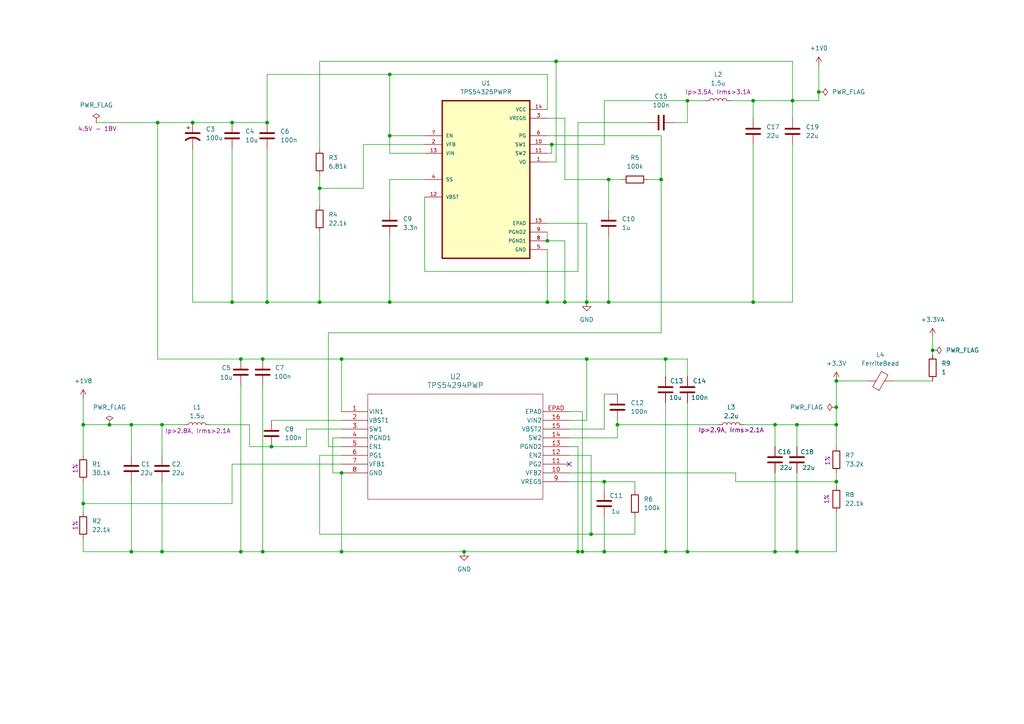
<source format=kicad_sch>
(kicad_sch (version 20250114) (generator "eeschema") (generator_version "9.0")
  (paper "A4")
  (title_block (title "FPGA power source") (date "2025-09-08") (rev "0"))
  (lib_symbols
    (symbol "Device:C" (pin_numbers (hide yes)) (pin_names (offset 0.254))
      (property "Reference" "C" (at 0.635 2.54 0))
      (property "Value" "C" (at 0.635 -2.54 0))
      (symbol "C_0_1"
        (polyline (pts (xy -2.032 0.762) (xy 2.032 0.762)) (stroke (width 0.508)))
        (polyline (pts (xy -2.032 -0.762) (xy 2.032 -0.762)) (stroke (width 0.508)))
      )
      (symbol "C_1_1"
        (pin passive line (at 0 3.81 270) (length 2.794) (name "~") (number "1"))
        (pin passive line (at 0 -3.81 90) (length 2.794) (name "~") (number "2"))
      )
    )
    (symbol "Device:C_Polarized_US" (pin_numbers (hide yes)) (pin_names (offset 0.254) (hide yes))
      (property "Reference" "C" (at 0.635 2.54 0))
      (property "Value" "C_Polarized_US" (at 0.635 -2.54 0))
      (symbol "C_Polarized_US_0_1"
        (polyline (pts (xy -2.032 0.762) (xy 2.032 0.762)) (stroke (width 0.508)))
        (polyline (pts (xy -1.778 2.286) (xy -0.762 2.286)))
        (polyline (pts (xy -1.27 1.778) (xy -1.27 2.794)))
        (arc (start -2.032 -1.27) (mid 0 -0.5572) (end 2.032 -1.27) (stroke (width 0.508)))
      )
      (symbol "C_Polarized_US_1_1"
        (pin passive line (at 0 3.81 270) (length 2.794) (name "~") (number "1"))
        (pin passive line (at 0 -3.81 90) (length 3.302) (name "~") (number "2"))
      )
    )
    (symbol "Device:FerriteBead" (pin_numbers (hide yes)) (pin_names (offset 0))
      (property "Reference" "FB" (at -3.81 0.635 90))
      (property "Value" "FerriteBead" (at 3.81 0 90))
      (symbol "FerriteBead_0_1"
        (polyline (pts (xy -2.7686 0.4064) (xy -1.7018 2.2606) (xy 2.7686 -0.3048) (xy 1.6764 -2.159) (xy -2.7686 0.4064)))
        (polyline (pts (xy 0 1.27) (xy 0 1.2954)))
        (polyline (pts (xy 0 -1.27) (xy 0 -1.2192)))
      )
      (symbol "FerriteBead_1_1"
        (pin passive line (at 0 3.81 270) (length 2.54) (name "~") (number "1"))
        (pin passive line (at 0 -3.81 90) (length 2.54) (name "~") (number "2"))
      )
    )
    (symbol "Device:L" (pin_numbers (hide yes)) (pin_names (offset 1.016) (hide yes))
      (property "Reference" "L" (at -1.27 0 90))
      (property "Value" "L" (at 1.905 0 90))
      (symbol "L_0_1"
        (arc (start 0 2.54) (mid 0.6323 1.905) (end 0 1.27))
        (arc (start 0 1.27) (mid 0.6323 0.635) (end 0 0))
        (arc (start 0 0) (mid 0.6323 -0.635) (end 0 -1.27))
        (arc (start 0 -1.27) (mid 0.6323 -1.905) (end 0 -2.54))
      )
      (symbol "L_1_1"
        (pin passive line (at 0 3.81 270) (length 1.27) (name "1") (number "1"))
        (pin passive line (at 0 -3.81 90) (length 1.27) (name "2") (number "2"))
      )
    )
    (symbol "Device:R" (pin_numbers (hide yes)) (pin_names (offset 0))
      (property "Reference" "R" (at 2.032 0 90))
      (property "Value" "R" (at 0 0 90))
      (symbol "R_0_1"
        (rectangle (start -1.016 -2.54) (end 1.016 2.54) (stroke (width 0.254)))
      )
      (symbol "R_1_1"
        (pin passive line (at 0 3.81 270) (length 1.27) (name "~") (number "1"))
        (pin passive line (at 0 -3.81 90) (length 1.27) (name "~") (number "2"))
      )
    )
    (symbol "R_1" (pin_numbers (hide yes)) (pin_names (offset 0))
      (property "Reference" "R" (at 2.032 0 90))
      (property "Value" "R" (at 0 0 90))
      (symbol "R_1_0_1"
        (rectangle (start -1.016 -2.54) (end 1.016 2.54) (stroke (width 0.254)))
      )
      (symbol "R_1_1_1"
        (pin passive line (at 0 3.81 270) (length 1.27) (name "~") (number "1"))
        (pin passive line (at 0 -3.81 90) (length 1.27) (name "~") (number "2"))
      )
    )
    (symbol "TPS54294:TPS54294PWP" (pin_names (offset 0.254))
      (property "Reference" "U" (at 33.02 10.16 0))
      (property "Value" "TPS54294PWP" (at 33.02 7.62 0))
      (symbol "TPS54294PWP_0_1"
        (polyline (pts (xy 7.62 5.08) (xy 7.62 -25.4)) (stroke (width 0.127)))
        (polyline (pts (xy 7.62 -25.4) (xy 58.42 -25.4)) (stroke (width 0.127)))
        (polyline (pts (xy 58.42 5.08) (xy 7.62 5.08)) (stroke (width 0.127)))
        (polyline (pts (xy 58.42 -25.4) (xy 58.42 5.08)) (stroke (width 0.127)))
        (pin input line (at 0 0 0) (length 7.62) (name "VIN1") (number "1"))
        (pin input line (at 0 -2.54 0) (length 7.62) (name "VBST1") (number "2"))
        (pin bidirectional line (at 0 -5.08 0) (length 7.62) (name "SW1") (number "3"))
        (pin bidirectional line (at 0 -7.62 0) (length 7.62) (name "PGND1") (number "4"))
        (pin input line (at 0 -10.16 0) (length 7.62) (name "EN1") (number "5"))
        (pin output line (at 0 -12.7 0) (length 7.62) (name "PG1") (number "6"))
        (pin input line (at 0 -15.24 0) (length 7.62) (name "VFB1") (number "7"))
        (pin bidirectional line (at 0 -17.78 0) (length 7.62) (name "GND") (number "8"))
        (pin unspecified line (at 66.04 0 180) (length 7.62) (name "EPAD") (number "EPAD"))
        (pin input line (at 66.04 -2.54 180) (length 7.62) (name "VIN2") (number "16"))
        (pin input line (at 66.04 -5.08 180) (length 7.62) (name "VBST2") (number "15"))
        (pin bidirectional line (at 66.04 -7.62 180) (length 7.62) (name "SW2") (number "14"))
        (pin bidirectional line (at 66.04 -10.16 180) (length 7.62) (name "PGND2") (number "13"))
        (pin input line (at 66.04 -12.7 180) (length 7.62) (name "EN2") (number "12"))
        (pin output line (at 66.04 -15.24 180) (length 7.62) (name "PG2") (number "11"))
        (pin input line (at 66.04 -17.78 180) (length 7.62) (name "VFB2") (number "10"))
        (pin output line (at 66.04 -20.32 180) (length 7.62) (name "VREG5") (number "9"))
      )
    )
    (symbol "TPS54325:TPS54325PWPR" (pin_names (offset 1.016))
      (property "Reference" "U" (at -12.7 23.86 0))
      (property "Value" "TPS54325PWPR" (at -12.7 -26.86 0))
      (symbol "TPS54325PWPR_0_0"
        (rectangle (start -12.7 -22.86) (end 12.7 22.86) (stroke (width 0.41)) (fill (type background)))
        (pin input line (at -17.78 12.7 0) (length 5.08) (name "EN") (number "7"))
        (pin input line (at -17.78 10.16 0) (length 5.08) (name "VFB") (number "2"))
        (pin input line (at -17.78 7.62 0) (length 5.08) (name "VIN") (number "13"))
        (pin bidirectional line (at -17.78 0 0) (length 5.08) (name "SS") (number "4"))
        (pin bidirectional line (at -17.78 -5.08 0) (length 5.08) (name "VBST") (number "12"))
        (pin power_in line (at 17.78 20.32 180) (length 5.08) (name "VCC") (number "14"))
        (pin power_in line (at 17.78 17.78 180) (length 5.08) (name "VREG5") (number "3"))
        (pin output line (at 17.78 12.7 180) (length 5.08) (name "PG") (number "6"))
        (pin output line (at 17.78 10.16 180) (length 5.08) (name "SW1") (number "10"))
        (pin output line (at 17.78 7.62 180) (length 5.08) (name "SW2") (number "11"))
        (pin output line (at 17.78 5.08 180) (length 5.08) (name "VO") (number "1"))
        (pin power_in line (at 17.78 -12.7 180) (length 5.08) (name "EPAD") (number "15"))
        (pin power_in line (at 17.78 -15.24 180) (length 5.08) (name "PGND2") (number "9"))
        (pin power_in line (at 17.78 -17.78 180) (length 5.08) (name "PGND1") (number "8"))
        (pin power_in line (at 17.78 -20.32 180) (length 5.08) (name "GND") (number "5"))
      )
    )
    (symbol "power:+1V0" (power) (pin_numbers (hide yes)) (pin_names (offset 0) (hide yes))
      (property "Value" "+1V0" (at 0 3.556 0))
      (symbol "+1V0_0_1"
        (polyline (pts (xy -0.762 1.27) (xy 0 2.54)))
        (polyline (pts (xy 0 2.54) (xy 0.762 1.27)))
        (polyline (pts (xy 0 0) (xy 0 2.54)))
      )
      (symbol "+1V0_1_1"
        (pin power_in line (at 0 0 90) (length 0) (name "~") (number "1"))
      )
    )
    (symbol "power:+1V8" (power) (pin_numbers (hide yes)) (pin_names (offset 0) (hide yes))
      (property "Value" "+1V8" (at 0 3.556 0))
      (symbol "+1V8_0_1"
        (polyline (pts (xy -0.762 1.27) (xy 0 2.54)))
        (polyline (pts (xy 0 2.54) (xy 0.762 1.27)))
        (polyline (pts (xy 0 0) (xy 0 2.54)))
      )
      (symbol "+1V8_1_1"
        (pin power_in line (at 0 0 90) (length 0) (name "~") (number "1"))
      )
    )
    (symbol "power:+3.3V" (power) (pin_numbers (hide yes)) (pin_names (offset 0) (hide yes))
      (property "Value" "+3.3V" (at 0 3.556 0))
      (symbol "+3.3V_0_1"
        (polyline (pts (xy -0.762 1.27) (xy 0 2.54)))
        (polyline (pts (xy 0 2.54) (xy 0.762 1.27)))
        (polyline (pts (xy 0 0) (xy 0 2.54)))
      )
      (symbol "+3.3V_1_1"
        (pin power_in line (at 0 0 90) (length 0) (name "~") (number "1"))
      )
    )
    (symbol "power:+3.3VA" (power) (pin_numbers (hide yes)) (pin_names (offset 0) (hide yes))
      (property "Value" "+3.3VA" (at 0 3.556 0))
      (symbol "+3.3VA_0_1"
        (polyline (pts (xy -0.762 1.27) (xy 0 2.54)))
        (polyline (pts (xy 0 2.54) (xy 0.762 1.27)))
        (polyline (pts (xy 0 0) (xy 0 2.54)))
      )
      (symbol "+3.3VA_1_1"
        (pin power_in line (at 0 0 90) (length 0) (name "~") (number "1"))
      )
    )
    (symbol "power:GND" (power) (pin_numbers (hide yes)) (pin_names (offset 0) (hide yes))
      (property "Value" "GND" (at 0 -3.81 0))
      (symbol "GND_0_1"
        (polyline (pts (xy 0 0) (xy 0 -1.27) (xy 1.27 -1.27) (xy 0 -2.54) (xy -1.27 -1.27) (xy 0 -1.27)))
      )
      (symbol "GND_1_1"
        (pin power_in line (at 0 0 270) (length 0) (name "~") (number "1"))
      )
    )
    (symbol "power:PWR_FLAG" (power) (pin_numbers (hide yes)) (pin_names (offset 0) (hide yes))
      (property "Value" "PWR_FLAG" (at 0 3.81 0))
      (symbol "PWR_FLAG_0_0"
        (pin power_out line (at 0 0 90) (length 0) (name "~") (number "1"))
      )
      (symbol "PWR_FLAG_0_1"
        (polyline (pts (xy 0 0) (xy 0 1.27) (xy -1.016 1.905) (xy 0 2.54) (xy 1.016 1.905) (xy 0 1.27)))
      )
    )
  )
  (junction (at 175.26 139.7))
  (junction (at 229.87 29.21))
  (junction (at 170.18 87.63))
  (junction (at 191.77 52.07))
  (junction (at 171.45 154.94))
  (junction (at 99.06 104.14))
  (junction (at 99.06 160.02))
  (junction (at 170.18 104.14))
  (junction (at 218.44 29.21))
  (junction (at 113.03 21.59))
  (junction (at 224.79 160.02))
  (junction (at 31.75 123.19))
  (junction (at 67.31 87.63))
  (junction (at 158.75 69.85))
  (junction (at 163.83 87.63))
  (junction (at 218.44 87.63))
  (junction (at 113.03 87.63))
  (junction (at 167.64 160.02))
  (junction (at 77.47 87.63))
  (junction (at 199.39 160.02))
  (junction (at 242.57 118.11))
  (junction (at 179.07 123.19))
  (junction (at 270.51 101.6))
  (junction (at 46.99 160.02))
  (junction (at 45.72 35.56))
  (junction (at 224.79 123.19))
  (junction (at 76.2 104.14))
  (junction (at 46.99 123.19))
  (junction (at 38.1 123.19))
  (junction (at 242.57 123.19))
  (junction (at 38.1 160.02))
  (junction (at 77.47 35.56))
  (junction (at 231.14 123.19))
  (junction (at 158.75 87.63))
  (junction (at 24.13 123.19))
  (junction (at 242.57 110.49))
  (junction (at 176.53 52.07))
  (junction (at 113.03 39.37))
  (junction (at 231.14 160.02))
  (junction (at 199.39 29.21))
  (junction (at 160.02 41.91))
  (junction (at 168.91 160.02))
  (junction (at 55.88 35.56))
  (junction (at 24.13 146.05))
  (junction (at 69.85 160.02))
  (junction (at 237.49 26.67))
  (junction (at 78.74 129.54))
  (junction (at 67.31 35.56))
  (junction (at 134.62 160.02))
  (junction (at 176.53 87.63))
  (junction (at 242.57 139.7))
  (junction (at 92.71 54.61))
  (junction (at 92.71 87.63))
  (junction (at 193.04 104.14))
  (junction (at 69.85 104.14))
  (junction (at 161.29 17.78))
  (junction (at 175.26 160.02))
  (junction (at 99.06 137.16))
  (junction (at 193.04 160.02))
  (junction (at 76.2 160.02))
  (no_connect (at 165.1 134.62))
  (wire (pts (xy 191.77 52.07) (xy 191.77 39.37)))
  (wire (pts (xy 163.83 52.07) (xy 176.53 52.07)))
  (wire (pts (xy 158.75 21.59) (xy 113.03 21.59)))
  (wire (pts (xy 46.99 160.02) (xy 69.85 160.02)))
  (wire (pts (xy 105.41 41.91) (xy 105.41 54.61)))
  (wire (pts (xy 99.06 132.08) (xy 92.71 132.08)))
  (wire (pts (xy 242.57 123.19) (xy 231.14 123.19)))
  (wire (pts (xy 170.18 104.14) (xy 170.18 121.92)))
  (wire (pts (xy 38.1 160.02) (xy 46.99 160.02)))
  (wire (pts (xy 167.64 160.02) (xy 168.91 160.02)))
  (wire (pts (xy 72.39 129.54) (xy 72.39 123.19)))
  (wire (pts (xy 193.04 109.22) (xy 193.04 104.14)))
  (wire (pts (xy 95.25 96.52) (xy 95.25 129.54)))
  (wire (pts (xy 67.31 87.63) (xy 77.47 87.63)))
  (wire (pts (xy 193.04 116.84) (xy 193.04 160.02)))
  (wire (pts (xy 76.2 160.02) (xy 99.06 160.02)))
  (wire (pts (xy 161.29 46.99) (xy 161.29 17.78)))
  (wire (pts (xy 224.79 137.16) (xy 224.79 160.02)))
  (wire (pts (xy 24.13 139.7) (xy 24.13 146.05)))
  (wire (pts (xy 99.06 104.14) (xy 170.18 104.14)))
  (wire (pts (xy 231.14 137.16) (xy 231.14 160.02)))
  (wire (pts (xy 78.74 121.92) (xy 99.06 121.92)))
  (wire (pts (xy 24.13 123.19) (xy 24.13 132.08)))
  (wire (pts (xy 237.49 29.21) (xy 237.49 26.67)))
  (wire (pts (xy 77.47 21.59) (xy 77.47 35.56)))
  (wire (pts (xy 92.71 87.63) (xy 113.03 87.63)))
  (wire (pts (xy 55.88 35.56) (xy 67.31 35.56)))
  (wire (pts (xy 99.06 124.46) (xy 88.9 124.46)))
  (wire (pts (xy 113.03 68.58) (xy 113.03 87.63)))
  (wire (pts (xy 179.07 123.19) (xy 179.07 121.92)))
  (wire (pts (xy 113.03 21.59) (xy 77.47 21.59)))
  (wire (pts (xy 176.53 68.58) (xy 176.53 87.63)))
  (wire (pts (xy 69.85 104.14) (xy 76.2 104.14)))
  (wire (pts (xy 229.87 29.21) (xy 237.49 29.21)))
  (wire (pts (xy 191.77 52.07) (xy 191.77 96.52)))
  (wire (pts (xy 113.03 21.59) (xy 113.03 39.37)))
  (wire (pts (xy 92.71 154.94) (xy 171.45 154.94)))
  (wire (pts (xy 176.53 52.07) (xy 176.53 60.96)))
  (wire (pts (xy 259.08 110.49) (xy 270.51 110.49)))
  (wire (pts (xy 92.71 67.31) (xy 92.71 87.63)))
  (wire (pts (xy 92.71 17.78) (xy 92.71 43.18)))
  (wire (pts (xy 237.49 26.67) (xy 237.49 19.05)))
  (wire (pts (xy 229.87 29.21) (xy 229.87 34.29)))
  (wire (pts (xy 99.06 134.62) (xy 67.31 134.62)))
  (wire (pts (xy 67.31 43.18) (xy 67.31 87.63)))
  (wire (pts (xy 242.57 110.49) (xy 251.46 110.49)))
  (wire (pts (xy 99.06 127) (xy 96.52 127)))
  (wire (pts (xy 96.52 137.16) (xy 99.06 137.16)))
  (wire (pts (xy 165.1 132.08) (xy 171.45 132.08)))
  (wire (pts (xy 77.47 87.63) (xy 92.71 87.63)))
  (wire (pts (xy 123.19 57.15) (xy 123.19 78.74)))
  (wire (pts (xy 113.03 39.37) (xy 123.19 39.37)))
  (wire (pts (xy 184.15 149.86) (xy 184.15 154.94)))
  (wire (pts (xy 170.18 87.63) (xy 176.53 87.63)))
  (wire (pts (xy 175.26 139.7) (xy 175.26 142.24)))
  (wire (pts (xy 175.26 149.86) (xy 175.26 160.02)))
  (wire (pts (xy 199.39 35.56) (xy 199.39 29.21)))
  (wire (pts (xy 113.03 87.63) (xy 158.75 87.63)))
  (wire (pts (xy 45.72 35.56) (xy 45.72 104.14)))
  (wire (pts (xy 242.57 139.7) (xy 242.57 140.97)))
  (wire (pts (xy 231.14 123.19) (xy 224.79 123.19)))
  (wire (pts (xy 175.26 139.7) (xy 184.15 139.7)))
  (wire (pts (xy 167.64 78.74) (xy 167.64 35.56)))
  (wire (pts (xy 45.72 104.14) (xy 69.85 104.14)))
  (wire (pts (xy 195.58 35.56) (xy 199.39 35.56)))
  (wire (pts (xy 242.57 118.11) (xy 242.57 123.19)))
  (wire (pts (xy 113.03 39.37) (xy 113.03 44.45)))
  (wire (pts (xy 88.9 129.54) (xy 78.74 129.54)))
  (wire (pts (xy 212.09 29.21) (xy 218.44 29.21)))
  (wire (pts (xy 165.1 129.54) (xy 167.64 129.54)))
  (wire (pts (xy 170.18 64.77) (xy 170.18 87.63)))
  (wire (pts (xy 242.57 110.49) (xy 242.57 118.11)))
  (wire (pts (xy 187.96 52.07) (xy 191.77 52.07)))
  (wire (pts (xy 158.75 31.75) (xy 158.75 21.59)))
  (wire (pts (xy 168.91 119.38) (xy 168.91 160.02)))
  (wire (pts (xy 167.64 35.56) (xy 187.96 35.56)))
  (wire (pts (xy 96.52 127) (xy 96.52 137.16)))
  (wire (pts (xy 168.91 160.02) (xy 175.26 160.02)))
  (wire (pts (xy 184.15 139.7) (xy 184.15 142.24)))
  (wire (pts (xy 46.99 139.7) (xy 46.99 160.02)))
  (wire (pts (xy 113.03 52.07) (xy 113.03 60.96)))
  (wire (pts (xy 175.26 41.91) (xy 175.26 29.21)))
  (wire (pts (xy 31.75 123.19) (xy 24.13 123.19)))
  (wire (pts (xy 229.87 87.63) (xy 218.44 87.63)))
  (wire (pts (xy 88.9 124.46) (xy 88.9 129.54)))
  (wire (pts (xy 158.75 34.29) (xy 163.83 34.29)))
  (wire (pts (xy 38.1 123.19) (xy 31.75 123.19)))
  (wire (pts (xy 218.44 29.21) (xy 229.87 29.21)))
  (wire (pts (xy 170.18 104.14) (xy 193.04 104.14)))
  (wire (pts (xy 55.88 43.18) (xy 55.88 87.63)))
  (wire (pts (xy 170.18 87.63) (xy 163.83 87.63)))
  (wire (pts (xy 55.88 87.63) (xy 67.31 87.63)))
  (wire (pts (xy 24.13 115.57) (xy 24.13 123.19)))
  (wire (pts (xy 191.77 39.37) (xy 158.75 39.37)))
  (wire (pts (xy 99.06 160.02) (xy 99.06 137.16)))
  (wire (pts (xy 123.19 78.74) (xy 167.64 78.74)))
  (wire (pts (xy 199.39 116.84) (xy 199.39 160.02)))
  (wire (pts (xy 55.88 35.56) (xy 45.72 35.56)))
  (wire (pts (xy 213.36 137.16) (xy 213.36 139.7)))
  (wire (pts (xy 242.57 137.16) (xy 242.57 139.7)))
  (wire (pts (xy 123.19 41.91) (xy 105.41 41.91)))
  (wire (pts (xy 99.06 119.38) (xy 99.06 104.14)))
  (wire (pts (xy 38.1 139.7) (xy 38.1 160.02)))
  (wire (pts (xy 242.57 129.54) (xy 242.57 123.19)))
  (wire (pts (xy 92.71 132.08) (xy 92.71 154.94)))
  (wire (pts (xy 176.53 52.07) (xy 180.34 52.07)))
  (wire (pts (xy 76.2 104.14) (xy 99.06 104.14)))
  (wire (pts (xy 78.74 129.54) (xy 72.39 129.54)))
  (wire (pts (xy 158.75 69.85) (xy 163.83 69.85)))
  (wire (pts (xy 270.51 97.79) (xy 270.51 101.6)))
  (wire (pts (xy 69.85 160.02) (xy 76.2 160.02)))
  (wire (pts (xy 158.75 44.45) (xy 160.02 44.45)))
  (wire (pts (xy 176.53 87.63) (xy 218.44 87.63)))
  (wire (pts (xy 163.83 87.63) (xy 158.75 87.63)))
  (wire (pts (xy 193.04 104.14) (xy 199.39 104.14)))
  (wire (pts (xy 171.45 154.94) (xy 171.45 132.08)))
  (wire (pts (xy 24.13 156.21) (xy 24.13 160.02)))
  (wire (pts (xy 27.94 35.56) (xy 45.72 35.56)))
  (wire (pts (xy 191.77 96.52) (xy 95.25 96.52)))
  (wire (pts (xy 46.99 123.19) (xy 46.99 132.08)))
  (wire (pts (xy 170.18 121.92) (xy 165.1 121.92)))
  (wire (pts (xy 175.26 160.02) (xy 193.04 160.02)))
  (wire (pts (xy 123.19 44.45) (xy 113.03 44.45)))
  (wire (pts (xy 158.75 41.91) (xy 160.02 41.91)))
  (wire (pts (xy 242.57 148.59) (xy 242.57 160.02)))
  (wire (pts (xy 24.13 160.02) (xy 38.1 160.02)))
  (wire (pts (xy 175.26 124.46) (xy 175.26 114.3)))
  (wire (pts (xy 160.02 41.91) (xy 160.02 44.45)))
  (wire (pts (xy 224.79 123.19) (xy 224.79 129.54)))
  (wire (pts (xy 95.25 129.54) (xy 99.06 129.54)))
  (wire (pts (xy 213.36 139.7) (xy 242.57 139.7)))
  (wire (pts (xy 165.1 137.16) (xy 213.36 137.16)))
  (wire (pts (xy 208.28 123.19) (xy 179.07 123.19)))
  (wire (pts (xy 224.79 160.02) (xy 231.14 160.02)))
  (wire (pts (xy 229.87 29.21) (xy 229.87 17.78)))
  (wire (pts (xy 163.83 34.29) (xy 163.83 52.07)))
  (wire (pts (xy 165.1 124.46) (xy 175.26 124.46)))
  (wire (pts (xy 77.47 43.18) (xy 77.47 87.63)))
  (wire (pts (xy 92.71 54.61) (xy 105.41 54.61)))
  (wire (pts (xy 38.1 123.19) (xy 46.99 123.19)))
  (wire (pts (xy 163.83 69.85) (xy 163.83 87.63)))
  (wire (pts (xy 67.31 146.05) (xy 24.13 146.05)))
  (wire (pts (xy 270.51 101.6) (xy 270.51 102.87)))
  (wire (pts (xy 67.31 134.62) (xy 67.31 146.05)))
  (wire (pts (xy 160.02 41.91) (xy 175.26 41.91)))
  (wire (pts (xy 231.14 160.02) (xy 242.57 160.02)))
  (wire (pts (xy 67.31 35.56) (xy 77.47 35.56)))
  (wire (pts (xy 46.99 123.19) (xy 53.34 123.19)))
  (wire (pts (xy 175.26 114.3) (xy 179.07 114.3)))
  (wire (pts (xy 92.71 50.8) (xy 92.71 54.61)))
  (wire (pts (xy 158.75 72.39) (xy 158.75 87.63)))
  (wire (pts (xy 184.15 154.94) (xy 171.45 154.94)))
  (wire (pts (xy 199.39 29.21) (xy 204.47 29.21)))
  (wire (pts (xy 179.07 123.19) (xy 179.07 127)))
  (wire (pts (xy 134.62 160.02) (xy 167.64 160.02)))
  (wire (pts (xy 161.29 17.78) (xy 92.71 17.78)))
  (wire (pts (xy 199.39 104.14) (xy 199.39 109.22)))
  (wire (pts (xy 123.19 52.07) (xy 113.03 52.07)))
  (wire (pts (xy 231.14 123.19) (xy 231.14 129.54)))
  (wire (pts (xy 224.79 123.19) (xy 215.9 123.19)))
  (wire (pts (xy 165.1 119.38) (xy 168.91 119.38)))
  (wire (pts (xy 158.75 67.31) (xy 158.75 69.85)))
  (wire (pts (xy 218.44 41.91) (xy 218.44 87.63)))
  (wire (pts (xy 24.13 146.05) (xy 24.13 148.59)))
  (wire (pts (xy 69.85 111.76) (xy 69.85 160.02)))
  (wire (pts (xy 193.04 160.02) (xy 199.39 160.02)))
  (wire (pts (xy 158.75 46.99) (xy 161.29 46.99)))
  (wire (pts (xy 72.39 123.19) (xy 60.96 123.19)))
  (wire (pts (xy 167.64 129.54) (xy 167.64 160.02)))
  (wire (pts (xy 92.71 54.61) (xy 92.71 59.69)))
  (wire (pts (xy 229.87 41.91) (xy 229.87 87.63)))
  (wire (pts (xy 218.44 29.21) (xy 218.44 34.29)))
  (wire (pts (xy 99.06 160.02) (xy 134.62 160.02)))
  (wire (pts (xy 38.1 123.19) (xy 38.1 132.08)))
  (wire (pts (xy 165.1 127) (xy 179.07 127)))
  (wire (pts (xy 76.2 111.76) (xy 76.2 160.02)))
  (wire (pts (xy 158.75 64.77) (xy 170.18 64.77)))
  (wire (pts (xy 199.39 160.02) (xy 224.79 160.02)))
  (wire (pts (xy 229.87 17.78) (xy 161.29 17.78)))
  (wire (pts (xy 175.26 29.21) (xy 199.39 29.21)))
  (wire (pts (xy 165.1 139.7) (xy 175.26 139.7)))
  (symbol (lib_id "power:+3.3V") (at 242.57 110.49 0) (unit 1)
    (property "Reference" "#PWR05" (effects (hide yes)))
    (property "Value" "+3.3V" (at 242.57 105.41 0))
    (property "Description" "Power symbol creates a global label with name \"+3.3V\"" (effects (hide yes)))
  )
  (symbol (lib_id "Device:R") (at 242.57 133.35 0) (unit 1)
    (property "Reference" "R7" (at 245.11 132.0799 0) (effects (justify left)))
    (property "Value" "73.2k" (at 245.11 134.6199 0) (effects (justify left)))
    (property "Description" "1%" (at 240.03 133.604 90))
  )
  (symbol (lib_id "Device:C") (at 176.53 64.77 0) (unit 1)
    (property "Reference" "C10" (at 180.34 63.4999 0) (effects (justify left)))
    (property "Value" "1u" (at 180.34 66.0399 0) (effects (justify left)))
    (property "Description" "Unpolarized capacitor" (effects (hide yes)))
  )
  (symbol (lib_id "Device:R") (at 184.15 52.07 270) (unit 1)
    (property "Reference" "R5" (at 184.15 45.72 90))
    (property "Value" "100k" (at 184.15 48.26 90))
    (property "Description" "Resistor" (effects (hide yes)))
  )
  (symbol (lib_id "power:GND") (at 134.62 160.02 0) (unit 1)
    (property "Reference" "#PWR04" (effects (hide yes)))
    (property "Value" "GND" (at 134.62 165.1 0))
    (property "Description" "Power symbol creates a global label with name \"GND\" , ground" (effects (hide yes)))
  )
  (symbol (lib_id "Device:C") (at 76.2 107.95 0) (unit 1)
    (property "Reference" "C7" (at 79.756 106.68 0) (effects (justify left)))
    (property "Value" "100n" (at 79.502 109.22 0) (effects (justify left)))
    (property "Description" "Unpolarized capacitor" (effects (hide yes)))
  )
  (symbol (lib_id "Device:C") (at 191.77 35.56 90) (unit 1)
    (property "Reference" "C15" (at 191.77 27.94 90))
    (property "Value" "100n" (at 191.77 30.48 90))
    (property "Description" "Unpolarized capacitor" (effects (hide yes)))
  )
  (symbol (lib_id "Device:R") (at 242.57 144.78 0) (unit 1)
    (property "Reference" "R8" (at 245.11 143.5099 0) (effects (justify left)))
    (property "Value" "22.1k" (at 245.11 146.0499 0) (effects (justify left)))
    (property "Description" "1%" (at 239.776 144.78 90))
  )
  (symbol (lib_id "Device:L") (at 57.15 123.19 90) (unit 1)
    (property "Reference" "L1" (at 57.15 118.11 90))
    (property "Value" "1.5u" (at 57.15 120.65 90))
    (property "Footprint" "Inductor_SMD:L_0805_2012Metric" (effects (hide yes)))
    (property "Description" "Ip>2.8A, Irms>2.1A" (at 57.404 124.968 90))
  )
  (symbol (lib_id "Device:L") (at 212.09 123.19 90) (unit 1)
    (property "Reference" "L3" (at 212.09 118.11 90))
    (property "Value" "2.2u" (at 212.09 120.65 90))
    (property "Footprint" "Inductor_SMD:L_0805_2012Metric" (effects (hide yes)))
    (property "Description" "Ip>2.9A, Irms>2.1A" (at 212.09 124.714 90))
  )
  (symbol (lib_id "Device:C") (at 67.31 39.37 0) (unit 1)
    (property "Reference" "C4" (at 71.12 38.0999 0) (effects (justify left)))
    (property "Value" "10u" (at 71.12 40.6399 0) (effects (justify left)))
    (property "Footprint" "Capacitor_SMD:C_0805_2012Metric" (effects (hide yes)))
    (property "Description" "Unpolarized capacitor" (effects (hide yes)))
  )
  (symbol (lib_id "TPS54294:TPS54294PWP") (at 99.06 119.38 0) (unit 1)
    (property "Reference" "U2" (at 132.08 109.22 0) (effects (font (size 1.524 1.524))))
    (property "Value" "TPS54294PWP" (at 132.08 111.76 0) (effects (font (size 1.524 1.524))))
    (property "Footprint" "TPS54294PWP:PWP16_2P31X2P46" (effects (hide yes)))
    (property "Datasheet" "https://www.ti.com/lit/gpn/tps54294" (effects (hide yes)))
  )
  (symbol (lib_id "power:PWR_FLAG") (at 31.75 123.19 0) (unit 1)
    (property "Reference" "#FLG05" (effects (hide yes)))
    (property "Value" "PWR_FLAG" (at 31.75 118.11 0))
    (property "Description" "Special symbol for telling ERC where power comes from" (effects (hide yes)))
  )
  (symbol (lib_id "Device:R") (at 24.13 152.4 0) (unit 1)
    (property "Reference" "R2" (at 26.67 151.1299 0) (effects (justify left)))
    (property "Value" "22.1k" (at 26.67 153.6699 0) (effects (justify left)))
    (property "Description" "1%" (at 21.844 152.4 90))
  )
  (symbol (lib_id "power:PWR_FLAG") (at 242.57 118.11 90) (unit 1)
    (property "Reference" "#FLG04" (effects (hide yes)))
    (property "Value" "PWR_FLAG" (at 238.76 118.1099 90) (effects (justify left)))
    (property "Description" "Special symbol for telling ERC where power comes from" (effects (hide yes)))
  )
  (symbol (lib_id "Device:R") (at 24.13 135.89 0) (unit 1)
    (property "Reference" "R1" (at 26.67 134.6199 0) (effects (justify left)))
    (property "Value" "30.1k" (at 26.67 137.1599 0) (effects (justify left)))
    (property "Description" "1%" (at 21.844 135.89 90))
  )
  (symbol (lib_id "Device:FerriteBead") (at 255.27 110.49 270) (unit 1)
    (property "Reference" "L4" (at 255.3208 102.87 90))
    (property "Value" "FerriteBead" (at 255.3208 105.41 90))
    (property "Description" "Ferrite bead" (effects (hide yes)))
  )
  (symbol (lib_id "power:GND") (at 170.18 87.63 0) (unit 1)
    (property "Reference" "#PWR02" (effects (hide yes)))
    (property "Value" "GND" (at 170.18 92.71 0))
    (property "Description" "Power symbol creates a global label with name \"GND\" , ground" (effects (hide yes)))
  )
  (symbol (lib_id "power:PWR_FLAG") (at 27.94 35.56 0) (unit 1)
    (property "Reference" "#FLG01" (effects (hide yes)))
    (property "Value" "PWR_FLAG" (at 27.94 30.48 0))
    (property "Description" "4.5V - 18V" (at 28.194 37.338 0))
  )
  (symbol (lib_id "Device:C") (at 231.14 133.35 0) (unit 1)
    (property "Reference" "C18" (at 232.156 131.064 0) (effects (justify left)))
    (property "Value" "22u" (at 232.664 135.636 0) (effects (justify left)))
    (property "Description" "Unpolarized capacitor" (effects (hide yes)))
  )
  (symbol (lib_id "Device:L") (at 208.28 29.21 90) (unit 1)
    (property "Reference" "L2" (at 208.28 21.59 90))
    (property "Value" "1.5u" (at 208.28 24.13 90))
    (property "Footprint" "Inductor_SMD:L_0805_2012Metric" (effects (hide yes)))
    (property "Description" "Ip>3.5A, Irms>3.1A" (at 208.28 26.67 90))
  )
  (symbol (lib_id "Device:C") (at 218.44 38.1 0) (unit 1)
    (property "Reference" "C17" (at 222.25 36.8299 0) (effects (justify left)))
    (property "Value" "22u" (at 222.25 39.3699 0) (effects (justify left)))
    (property "Description" "Unpolarized capacitor" (effects (hide yes)))
  )
  (symbol (lib_id "Device:C") (at 78.74 125.73 0) (unit 1)
    (property "Reference" "C8" (at 82.55 124.4599 0) (effects (justify left)))
    (property "Value" "100n" (at 82.55 126.9999 0) (effects (justify left)))
    (property "Description" "Unpolarized capacitor" (effects (hide yes)))
  )
  (symbol (lib_id "power:+1V8") (at 24.13 115.57 0) (unit 1)
    (property "Reference" "#PWR03" (effects (hide yes)))
    (property "Value" "+1V8" (at 24.13 110.49 0))
    (property "Description" "Power symbol creates a global label with name \"+1V8\"" (effects (hide yes)))
  )
  (symbol (lib_name "R_1") (lib_id "Device:R") (at 92.71 46.99 0) (unit 1)
    (property "Reference" "R3" (at 95.25 45.7199 0) (effects (justify left)))
    (property "Value" "6.81k" (at 95.25 48.2599 0) (effects (justify left)))
    (property "Description" "Resistor" (effects (hide yes)))
  )
  (symbol (lib_id "Device:C") (at 46.99 135.89 180) (unit 1)
    (property "Reference" "C2" (at 49.784 134.62 0) (effects (justify right)))
    (property "Value" "22u" (at 49.784 137.16 0) (effects (justify right)))
    (property "Footprint" "Capacitor_SMD:C_0805_2012Metric" (effects (hide yes)))
    (property "Description" "Unpolarized capacitor" (effects (hide yes)))
  )
  (symbol (lib_id "power:+3.3VA") (at 270.51 97.79 0) (unit 1)
    (property "Reference" "#PWR06" (effects (hide yes)))
    (property "Value" "+3.3VA" (at 270.51 92.71 0))
    (property "Description" "Power symbol creates a global label with name \"+3.3VA\"" (effects (hide yes)))
  )
  (symbol (lib_id "Device:C") (at 38.1 135.89 0) (unit 1)
    (property "Reference" "C1" (at 40.894 134.62 0) (effects (justify left)))
    (property "Value" "22u" (at 40.64 137.16 0) (effects (justify left)))
    (property "Footprint" "Capacitor_SMD:C_0805_2012Metric" (effects (hide yes)))
    (property "Description" "Unpolarized capacitor" (effects (hide yes)))
  )
  (symbol (lib_id "Device:R") (at 92.71 63.5 0) (unit 1)
    (property "Reference" "R4" (at 95.25 62.2299 0) (effects (justify left)))
    (property "Value" "22.1k" (at 95.25 64.7699 0) (effects (justify left)))
    (property "Description" "Resistor" (effects (hide yes)))
  )
  (symbol (lib_id "power:PWR_FLAG") (at 270.51 101.6 270) (unit 1)
    (property "Reference" "#FLG02" (effects (hide yes)))
    (property "Value" "PWR_FLAG" (at 274.32 101.5999 90) (effects (justify left)))
    (property "Description" "Special symbol for telling ERC where power comes from" (effects (hide yes)))
  )
  (symbol (lib_id "Device:C") (at 175.26 146.05 0) (unit 1)
    (property "Reference" "C11" (at 176.784 143.764 0) (effects (justify left)))
    (property "Value" "1u" (at 177.292 148.336 0) (effects (justify left)))
    (property "Description" "Unpolarized capacitor" (effects (hide yes)))
  )
  (symbol (lib_id "Device:C") (at 77.47 39.37 0) (unit 1)
    (property "Reference" "C6" (at 81.28 38.0999 0) (effects (justify left)))
    (property "Value" "100n" (at 81.28 40.6399 0) (effects (justify left)))
    (property "Description" "Unpolarized capacitor" (effects (hide yes)))
  )
  (symbol (lib_id "Device:R") (at 270.51 106.68 0) (unit 1)
    (property "Reference" "R9" (at 273.05 105.4099 0) (effects (justify left)))
    (property "Value" "1" (at 273.05 107.9499 0) (effects (justify left)))
    (property "Description" "Resistor" (effects (hide yes)))
  )
  (symbol (lib_id "Device:C") (at 193.04 113.03 0) (unit 1)
    (property "Reference" "C13" (at 194.31 110.49 0) (effects (justify left)))
    (property "Value" "10u" (at 194.056 115.316 0) (effects (justify left)))
    (property "Description" "Unpolarized capacitor" (effects (hide yes)))
  )
  (symbol (lib_id "Device:C_Polarized_US") (at 55.88 39.37 0) (unit 1)
    (property "Reference" "C3" (at 59.69 37.4649 0) (effects (justify left)))
    (property "Value" "100u" (at 59.69 40.0049 0) (effects (justify left)))
    (property "Footprint" "Capacitor_SMD:C_0805_2012Metric" (effects (hide yes)))
    (property "Description" "Polarized capacitor, US symbol" (effects (hide yes)))
  )
  (symbol (lib_id "Device:C") (at 113.03 64.77 0) (unit 1)
    (property "Reference" "C9" (at 116.84 63.4999 0) (effects (justify left)))
    (property "Value" "3.3n" (at 116.84 66.0399 0) (effects (justify left)))
    (property "Description" "Unpolarized capacitor" (effects (hide yes)))
  )
  (symbol (lib_id "Device:R") (at 184.15 146.05 0) (unit 1)
    (property "Reference" "R6" (at 186.69 144.7799 0) (effects (justify left)))
    (property "Value" "100k" (at 186.69 147.3199 0) (effects (justify left)))
    (property "Description" "Resistor" (effects (hide yes)))
  )
  (symbol (lib_id "power:+1V0") (at 237.49 19.05 0) (unit 1)
    (property "Reference" "#PWR01" (effects (hide yes)))
    (property "Value" "+1V0" (at 237.49 13.97 0))
    (property "Description" "Power symbol creates a global label with name \"+1V0\"" (effects (hide yes)))
  )
  (symbol (lib_id "Device:C") (at 199.39 113.03 0) (unit 1)
    (property "Reference" "C14" (at 200.914 110.49 0) (effects (justify left)))
    (property "Value" "100n" (at 200.406 115.316 0) (effects (justify left)))
    (property "Description" "Unpolarized capacitor" (effects (hide yes)))
  )
  (symbol (lib_id "power:PWR_FLAG") (at 237.49 26.67 270) (unit 1)
    (property "Reference" "#FLG03" (effects (hide yes)))
    (property "Value" "PWR_FLAG" (at 241.3 26.6699 90) (effects (justify left)))
    (property "Description" "Special symbol for telling ERC where power comes from" (effects (hide yes)))
  )
  (symbol (lib_id "Device:C") (at 224.79 133.35 0) (unit 1)
    (property "Reference" "C16" (at 225.552 131.064 0) (effects (justify left)))
    (property "Value" "22u" (at 226.06 135.636 0) (effects (justify left)))
    (property "Description" "Unpolarized capacitor" (effects (hide yes)))
  )
  (symbol (lib_id "Device:C") (at 69.85 107.95 0) (unit 1)
    (property "Reference" "C5" (at 64.262 106.68 0) (effects (justify left)))
    (property "Value" "10u" (at 63.754 109.474 0) (effects (justify left)))
    (property "Footprint" "Capacitor_SMD:C_0805_2012Metric" (effects (hide yes)))
    (property "Description" "Unpolarized capacitor" (effects (hide yes)))
  )
  (symbol (lib_id "Device:C") (at 229.87 38.1 0) (unit 1)
    (property "Reference" "C19" (at 233.68 36.8299 0) (effects (justify left)))
    (property "Value" "22u" (at 233.68 39.3699 0) (effects (justify left)))
    (property "Description" "Unpolarized capacitor" (effects (hide yes)))
  )
  (symbol (lib_id "TPS54325:TPS54325PWPR") (at 140.97 52.07 0) (unit 1)
    (property "Reference" "U1" (at 140.97 24.13 0))
    (property "Value" "TPS54325PWPR" (at 140.97 26.67 0))
    (property "Footprint" "TPS54325PWPR:PWP14_2P31X2P46" (effects (hide yes)))
  )
  (symbol (lib_id "Device:C") (at 179.07 118.11 0) (unit 1)
    (property "Reference" "C12" (at 182.88 116.8399 0) (effects (justify left)))
    (property "Value" "100n" (at 182.88 119.3799 0) (effects (justify left)))
    (property "Description" "Unpolarized capacitor" (effects (hide yes)))
  )
)
</source>
